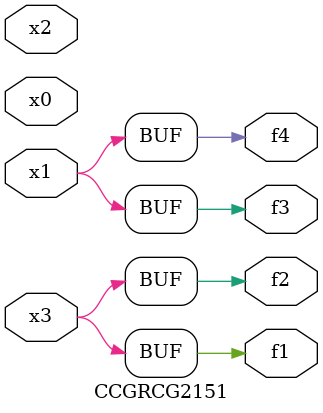
<source format=v>
module CCGRCG2151(
	input x0, x1, x2, x3,
	output f1, f2, f3, f4
);
	assign f1 = x3;
	assign f2 = x3;
	assign f3 = x1;
	assign f4 = x1;
endmodule

</source>
